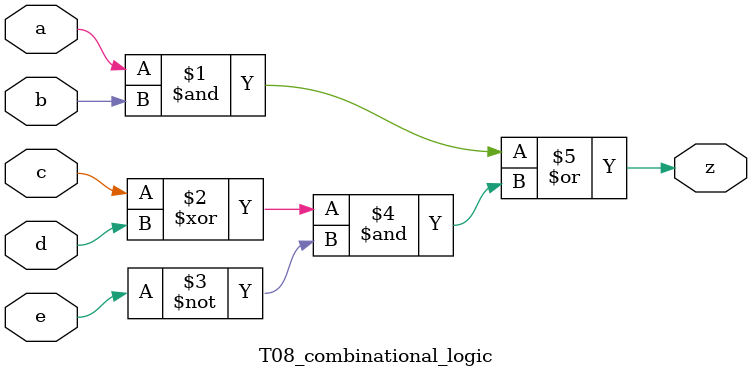
<source format=v>
module T08_combinational_logic (
    input a, b, c, d, e,
    output z);

    assign z = (a & b | (c ^ d) & ~e);
    
endmodule
</source>
